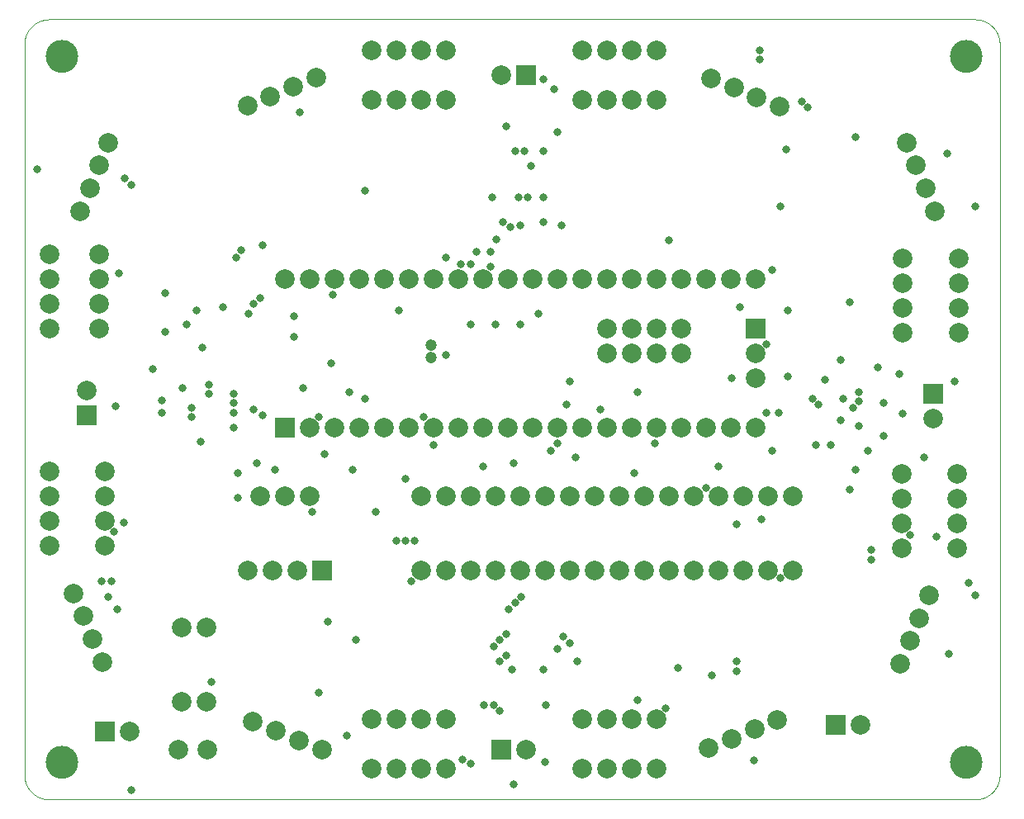
<source format=gbs>
G75*
%MOIN*%
%OFA0B0*%
%FSLAX25Y25*%
%IPPOS*%
%LPD*%
%AMOC8*
5,1,8,0,0,1.08239X$1,22.5*
%
%ADD10C,0.00000*%
%ADD11C,0.13098*%
%ADD12C,0.07900*%
%ADD13R,0.07900X0.07900*%
%ADD14C,0.04700*%
%ADD15C,0.03200*%
D10*
X0086433Y0068933D02*
X0086433Y0363894D01*
X0086436Y0364136D01*
X0086445Y0364377D01*
X0086459Y0364618D01*
X0086480Y0364859D01*
X0086506Y0365099D01*
X0086538Y0365339D01*
X0086576Y0365578D01*
X0086619Y0365815D01*
X0086669Y0366052D01*
X0086724Y0366287D01*
X0086784Y0366521D01*
X0086851Y0366753D01*
X0086922Y0366984D01*
X0087000Y0367213D01*
X0087083Y0367440D01*
X0087171Y0367665D01*
X0087265Y0367888D01*
X0087364Y0368108D01*
X0087469Y0368326D01*
X0087578Y0368541D01*
X0087693Y0368754D01*
X0087813Y0368964D01*
X0087938Y0369170D01*
X0088068Y0369374D01*
X0088203Y0369575D01*
X0088343Y0369772D01*
X0088487Y0369966D01*
X0088636Y0370156D01*
X0088790Y0370342D01*
X0088948Y0370525D01*
X0089110Y0370704D01*
X0089277Y0370879D01*
X0089448Y0371050D01*
X0089623Y0371217D01*
X0089802Y0371379D01*
X0089985Y0371537D01*
X0090171Y0371691D01*
X0090361Y0371840D01*
X0090555Y0371984D01*
X0090752Y0372124D01*
X0090953Y0372259D01*
X0091157Y0372389D01*
X0091363Y0372514D01*
X0091573Y0372634D01*
X0091786Y0372749D01*
X0092001Y0372858D01*
X0092219Y0372963D01*
X0092439Y0373062D01*
X0092662Y0373156D01*
X0092887Y0373244D01*
X0093114Y0373327D01*
X0093343Y0373405D01*
X0093574Y0373476D01*
X0093806Y0373543D01*
X0094040Y0373603D01*
X0094275Y0373658D01*
X0094512Y0373708D01*
X0094749Y0373751D01*
X0094988Y0373789D01*
X0095228Y0373821D01*
X0095468Y0373847D01*
X0095709Y0373868D01*
X0095950Y0373882D01*
X0096191Y0373891D01*
X0096433Y0373894D01*
X0470134Y0373894D01*
X0470376Y0373891D01*
X0470617Y0373882D01*
X0470858Y0373868D01*
X0471099Y0373847D01*
X0471339Y0373821D01*
X0471579Y0373789D01*
X0471818Y0373751D01*
X0472055Y0373708D01*
X0472292Y0373658D01*
X0472527Y0373603D01*
X0472761Y0373543D01*
X0472993Y0373476D01*
X0473224Y0373405D01*
X0473453Y0373327D01*
X0473680Y0373244D01*
X0473905Y0373156D01*
X0474128Y0373062D01*
X0474348Y0372963D01*
X0474566Y0372858D01*
X0474781Y0372749D01*
X0474994Y0372634D01*
X0475204Y0372514D01*
X0475410Y0372389D01*
X0475614Y0372259D01*
X0475815Y0372124D01*
X0476012Y0371984D01*
X0476206Y0371840D01*
X0476396Y0371691D01*
X0476582Y0371537D01*
X0476765Y0371379D01*
X0476944Y0371217D01*
X0477119Y0371050D01*
X0477290Y0370879D01*
X0477457Y0370704D01*
X0477619Y0370525D01*
X0477777Y0370342D01*
X0477931Y0370156D01*
X0478080Y0369966D01*
X0478224Y0369772D01*
X0478364Y0369575D01*
X0478499Y0369374D01*
X0478629Y0369170D01*
X0478754Y0368964D01*
X0478874Y0368754D01*
X0478989Y0368541D01*
X0479098Y0368326D01*
X0479203Y0368108D01*
X0479302Y0367888D01*
X0479396Y0367665D01*
X0479484Y0367440D01*
X0479567Y0367213D01*
X0479645Y0366984D01*
X0479716Y0366753D01*
X0479783Y0366521D01*
X0479843Y0366287D01*
X0479898Y0366052D01*
X0479948Y0365815D01*
X0479991Y0365578D01*
X0480029Y0365339D01*
X0480061Y0365099D01*
X0480087Y0364859D01*
X0480108Y0364618D01*
X0480122Y0364377D01*
X0480131Y0364136D01*
X0480134Y0363894D01*
X0480134Y0068933D01*
X0480131Y0068691D01*
X0480122Y0068450D01*
X0480108Y0068209D01*
X0480087Y0067968D01*
X0480061Y0067728D01*
X0480029Y0067488D01*
X0479991Y0067249D01*
X0479948Y0067012D01*
X0479898Y0066775D01*
X0479843Y0066540D01*
X0479783Y0066306D01*
X0479716Y0066074D01*
X0479645Y0065843D01*
X0479567Y0065614D01*
X0479484Y0065387D01*
X0479396Y0065162D01*
X0479302Y0064939D01*
X0479203Y0064719D01*
X0479098Y0064501D01*
X0478989Y0064286D01*
X0478874Y0064073D01*
X0478754Y0063863D01*
X0478629Y0063657D01*
X0478499Y0063453D01*
X0478364Y0063252D01*
X0478224Y0063055D01*
X0478080Y0062861D01*
X0477931Y0062671D01*
X0477777Y0062485D01*
X0477619Y0062302D01*
X0477457Y0062123D01*
X0477290Y0061948D01*
X0477119Y0061777D01*
X0476944Y0061610D01*
X0476765Y0061448D01*
X0476582Y0061290D01*
X0476396Y0061136D01*
X0476206Y0060987D01*
X0476012Y0060843D01*
X0475815Y0060703D01*
X0475614Y0060568D01*
X0475410Y0060438D01*
X0475204Y0060313D01*
X0474994Y0060193D01*
X0474781Y0060078D01*
X0474566Y0059969D01*
X0474348Y0059864D01*
X0474128Y0059765D01*
X0473905Y0059671D01*
X0473680Y0059583D01*
X0473453Y0059500D01*
X0473224Y0059422D01*
X0472993Y0059351D01*
X0472761Y0059284D01*
X0472527Y0059224D01*
X0472292Y0059169D01*
X0472055Y0059119D01*
X0471818Y0059076D01*
X0471579Y0059038D01*
X0471339Y0059006D01*
X0471099Y0058980D01*
X0470858Y0058959D01*
X0470617Y0058945D01*
X0470376Y0058936D01*
X0470134Y0058933D01*
X0096433Y0058933D01*
X0096191Y0058936D01*
X0095950Y0058945D01*
X0095709Y0058959D01*
X0095468Y0058980D01*
X0095228Y0059006D01*
X0094988Y0059038D01*
X0094749Y0059076D01*
X0094512Y0059119D01*
X0094275Y0059169D01*
X0094040Y0059224D01*
X0093806Y0059284D01*
X0093574Y0059351D01*
X0093343Y0059422D01*
X0093114Y0059500D01*
X0092887Y0059583D01*
X0092662Y0059671D01*
X0092439Y0059765D01*
X0092219Y0059864D01*
X0092001Y0059969D01*
X0091786Y0060078D01*
X0091573Y0060193D01*
X0091363Y0060313D01*
X0091157Y0060438D01*
X0090953Y0060568D01*
X0090752Y0060703D01*
X0090555Y0060843D01*
X0090361Y0060987D01*
X0090171Y0061136D01*
X0089985Y0061290D01*
X0089802Y0061448D01*
X0089623Y0061610D01*
X0089448Y0061777D01*
X0089277Y0061948D01*
X0089110Y0062123D01*
X0088948Y0062302D01*
X0088790Y0062485D01*
X0088636Y0062671D01*
X0088487Y0062861D01*
X0088343Y0063055D01*
X0088203Y0063252D01*
X0088068Y0063453D01*
X0087938Y0063657D01*
X0087813Y0063863D01*
X0087693Y0064073D01*
X0087578Y0064286D01*
X0087469Y0064501D01*
X0087364Y0064719D01*
X0087265Y0064939D01*
X0087171Y0065162D01*
X0087083Y0065387D01*
X0087000Y0065614D01*
X0086922Y0065843D01*
X0086851Y0066074D01*
X0086784Y0066306D01*
X0086724Y0066540D01*
X0086669Y0066775D01*
X0086619Y0067012D01*
X0086576Y0067249D01*
X0086538Y0067488D01*
X0086506Y0067728D01*
X0086480Y0067968D01*
X0086459Y0068209D01*
X0086445Y0068450D01*
X0086436Y0068691D01*
X0086433Y0068933D01*
X0095134Y0073933D02*
X0095136Y0074091D01*
X0095142Y0074249D01*
X0095152Y0074407D01*
X0095166Y0074565D01*
X0095184Y0074722D01*
X0095205Y0074879D01*
X0095231Y0075035D01*
X0095261Y0075191D01*
X0095294Y0075346D01*
X0095332Y0075499D01*
X0095373Y0075652D01*
X0095418Y0075804D01*
X0095467Y0075955D01*
X0095520Y0076104D01*
X0095576Y0076252D01*
X0095636Y0076398D01*
X0095700Y0076543D01*
X0095768Y0076686D01*
X0095839Y0076828D01*
X0095913Y0076968D01*
X0095991Y0077105D01*
X0096073Y0077241D01*
X0096157Y0077375D01*
X0096246Y0077506D01*
X0096337Y0077635D01*
X0096432Y0077762D01*
X0096529Y0077887D01*
X0096630Y0078009D01*
X0096734Y0078128D01*
X0096841Y0078245D01*
X0096951Y0078359D01*
X0097064Y0078470D01*
X0097179Y0078579D01*
X0097297Y0078684D01*
X0097418Y0078786D01*
X0097541Y0078886D01*
X0097667Y0078982D01*
X0097795Y0079075D01*
X0097925Y0079165D01*
X0098058Y0079251D01*
X0098193Y0079335D01*
X0098329Y0079414D01*
X0098468Y0079491D01*
X0098609Y0079563D01*
X0098751Y0079633D01*
X0098895Y0079698D01*
X0099041Y0079760D01*
X0099188Y0079818D01*
X0099337Y0079873D01*
X0099487Y0079924D01*
X0099638Y0079971D01*
X0099790Y0080014D01*
X0099943Y0080053D01*
X0100098Y0080089D01*
X0100253Y0080120D01*
X0100409Y0080148D01*
X0100565Y0080172D01*
X0100722Y0080192D01*
X0100880Y0080208D01*
X0101037Y0080220D01*
X0101196Y0080228D01*
X0101354Y0080232D01*
X0101512Y0080232D01*
X0101670Y0080228D01*
X0101829Y0080220D01*
X0101986Y0080208D01*
X0102144Y0080192D01*
X0102301Y0080172D01*
X0102457Y0080148D01*
X0102613Y0080120D01*
X0102768Y0080089D01*
X0102923Y0080053D01*
X0103076Y0080014D01*
X0103228Y0079971D01*
X0103379Y0079924D01*
X0103529Y0079873D01*
X0103678Y0079818D01*
X0103825Y0079760D01*
X0103971Y0079698D01*
X0104115Y0079633D01*
X0104257Y0079563D01*
X0104398Y0079491D01*
X0104537Y0079414D01*
X0104673Y0079335D01*
X0104808Y0079251D01*
X0104941Y0079165D01*
X0105071Y0079075D01*
X0105199Y0078982D01*
X0105325Y0078886D01*
X0105448Y0078786D01*
X0105569Y0078684D01*
X0105687Y0078579D01*
X0105802Y0078470D01*
X0105915Y0078359D01*
X0106025Y0078245D01*
X0106132Y0078128D01*
X0106236Y0078009D01*
X0106337Y0077887D01*
X0106434Y0077762D01*
X0106529Y0077635D01*
X0106620Y0077506D01*
X0106709Y0077375D01*
X0106793Y0077241D01*
X0106875Y0077105D01*
X0106953Y0076968D01*
X0107027Y0076828D01*
X0107098Y0076686D01*
X0107166Y0076543D01*
X0107230Y0076398D01*
X0107290Y0076252D01*
X0107346Y0076104D01*
X0107399Y0075955D01*
X0107448Y0075804D01*
X0107493Y0075652D01*
X0107534Y0075499D01*
X0107572Y0075346D01*
X0107605Y0075191D01*
X0107635Y0075035D01*
X0107661Y0074879D01*
X0107682Y0074722D01*
X0107700Y0074565D01*
X0107714Y0074407D01*
X0107724Y0074249D01*
X0107730Y0074091D01*
X0107732Y0073933D01*
X0107730Y0073775D01*
X0107724Y0073617D01*
X0107714Y0073459D01*
X0107700Y0073301D01*
X0107682Y0073144D01*
X0107661Y0072987D01*
X0107635Y0072831D01*
X0107605Y0072675D01*
X0107572Y0072520D01*
X0107534Y0072367D01*
X0107493Y0072214D01*
X0107448Y0072062D01*
X0107399Y0071911D01*
X0107346Y0071762D01*
X0107290Y0071614D01*
X0107230Y0071468D01*
X0107166Y0071323D01*
X0107098Y0071180D01*
X0107027Y0071038D01*
X0106953Y0070898D01*
X0106875Y0070761D01*
X0106793Y0070625D01*
X0106709Y0070491D01*
X0106620Y0070360D01*
X0106529Y0070231D01*
X0106434Y0070104D01*
X0106337Y0069979D01*
X0106236Y0069857D01*
X0106132Y0069738D01*
X0106025Y0069621D01*
X0105915Y0069507D01*
X0105802Y0069396D01*
X0105687Y0069287D01*
X0105569Y0069182D01*
X0105448Y0069080D01*
X0105325Y0068980D01*
X0105199Y0068884D01*
X0105071Y0068791D01*
X0104941Y0068701D01*
X0104808Y0068615D01*
X0104673Y0068531D01*
X0104537Y0068452D01*
X0104398Y0068375D01*
X0104257Y0068303D01*
X0104115Y0068233D01*
X0103971Y0068168D01*
X0103825Y0068106D01*
X0103678Y0068048D01*
X0103529Y0067993D01*
X0103379Y0067942D01*
X0103228Y0067895D01*
X0103076Y0067852D01*
X0102923Y0067813D01*
X0102768Y0067777D01*
X0102613Y0067746D01*
X0102457Y0067718D01*
X0102301Y0067694D01*
X0102144Y0067674D01*
X0101986Y0067658D01*
X0101829Y0067646D01*
X0101670Y0067638D01*
X0101512Y0067634D01*
X0101354Y0067634D01*
X0101196Y0067638D01*
X0101037Y0067646D01*
X0100880Y0067658D01*
X0100722Y0067674D01*
X0100565Y0067694D01*
X0100409Y0067718D01*
X0100253Y0067746D01*
X0100098Y0067777D01*
X0099943Y0067813D01*
X0099790Y0067852D01*
X0099638Y0067895D01*
X0099487Y0067942D01*
X0099337Y0067993D01*
X0099188Y0068048D01*
X0099041Y0068106D01*
X0098895Y0068168D01*
X0098751Y0068233D01*
X0098609Y0068303D01*
X0098468Y0068375D01*
X0098329Y0068452D01*
X0098193Y0068531D01*
X0098058Y0068615D01*
X0097925Y0068701D01*
X0097795Y0068791D01*
X0097667Y0068884D01*
X0097541Y0068980D01*
X0097418Y0069080D01*
X0097297Y0069182D01*
X0097179Y0069287D01*
X0097064Y0069396D01*
X0096951Y0069507D01*
X0096841Y0069621D01*
X0096734Y0069738D01*
X0096630Y0069857D01*
X0096529Y0069979D01*
X0096432Y0070104D01*
X0096337Y0070231D01*
X0096246Y0070360D01*
X0096157Y0070491D01*
X0096073Y0070625D01*
X0095991Y0070761D01*
X0095913Y0070898D01*
X0095839Y0071038D01*
X0095768Y0071180D01*
X0095700Y0071323D01*
X0095636Y0071468D01*
X0095576Y0071614D01*
X0095520Y0071762D01*
X0095467Y0071911D01*
X0095418Y0072062D01*
X0095373Y0072214D01*
X0095332Y0072367D01*
X0095294Y0072520D01*
X0095261Y0072675D01*
X0095231Y0072831D01*
X0095205Y0072987D01*
X0095184Y0073144D01*
X0095166Y0073301D01*
X0095152Y0073459D01*
X0095142Y0073617D01*
X0095136Y0073775D01*
X0095134Y0073933D01*
X0460134Y0073933D02*
X0460136Y0074091D01*
X0460142Y0074249D01*
X0460152Y0074407D01*
X0460166Y0074565D01*
X0460184Y0074722D01*
X0460205Y0074879D01*
X0460231Y0075035D01*
X0460261Y0075191D01*
X0460294Y0075346D01*
X0460332Y0075499D01*
X0460373Y0075652D01*
X0460418Y0075804D01*
X0460467Y0075955D01*
X0460520Y0076104D01*
X0460576Y0076252D01*
X0460636Y0076398D01*
X0460700Y0076543D01*
X0460768Y0076686D01*
X0460839Y0076828D01*
X0460913Y0076968D01*
X0460991Y0077105D01*
X0461073Y0077241D01*
X0461157Y0077375D01*
X0461246Y0077506D01*
X0461337Y0077635D01*
X0461432Y0077762D01*
X0461529Y0077887D01*
X0461630Y0078009D01*
X0461734Y0078128D01*
X0461841Y0078245D01*
X0461951Y0078359D01*
X0462064Y0078470D01*
X0462179Y0078579D01*
X0462297Y0078684D01*
X0462418Y0078786D01*
X0462541Y0078886D01*
X0462667Y0078982D01*
X0462795Y0079075D01*
X0462925Y0079165D01*
X0463058Y0079251D01*
X0463193Y0079335D01*
X0463329Y0079414D01*
X0463468Y0079491D01*
X0463609Y0079563D01*
X0463751Y0079633D01*
X0463895Y0079698D01*
X0464041Y0079760D01*
X0464188Y0079818D01*
X0464337Y0079873D01*
X0464487Y0079924D01*
X0464638Y0079971D01*
X0464790Y0080014D01*
X0464943Y0080053D01*
X0465098Y0080089D01*
X0465253Y0080120D01*
X0465409Y0080148D01*
X0465565Y0080172D01*
X0465722Y0080192D01*
X0465880Y0080208D01*
X0466037Y0080220D01*
X0466196Y0080228D01*
X0466354Y0080232D01*
X0466512Y0080232D01*
X0466670Y0080228D01*
X0466829Y0080220D01*
X0466986Y0080208D01*
X0467144Y0080192D01*
X0467301Y0080172D01*
X0467457Y0080148D01*
X0467613Y0080120D01*
X0467768Y0080089D01*
X0467923Y0080053D01*
X0468076Y0080014D01*
X0468228Y0079971D01*
X0468379Y0079924D01*
X0468529Y0079873D01*
X0468678Y0079818D01*
X0468825Y0079760D01*
X0468971Y0079698D01*
X0469115Y0079633D01*
X0469257Y0079563D01*
X0469398Y0079491D01*
X0469537Y0079414D01*
X0469673Y0079335D01*
X0469808Y0079251D01*
X0469941Y0079165D01*
X0470071Y0079075D01*
X0470199Y0078982D01*
X0470325Y0078886D01*
X0470448Y0078786D01*
X0470569Y0078684D01*
X0470687Y0078579D01*
X0470802Y0078470D01*
X0470915Y0078359D01*
X0471025Y0078245D01*
X0471132Y0078128D01*
X0471236Y0078009D01*
X0471337Y0077887D01*
X0471434Y0077762D01*
X0471529Y0077635D01*
X0471620Y0077506D01*
X0471709Y0077375D01*
X0471793Y0077241D01*
X0471875Y0077105D01*
X0471953Y0076968D01*
X0472027Y0076828D01*
X0472098Y0076686D01*
X0472166Y0076543D01*
X0472230Y0076398D01*
X0472290Y0076252D01*
X0472346Y0076104D01*
X0472399Y0075955D01*
X0472448Y0075804D01*
X0472493Y0075652D01*
X0472534Y0075499D01*
X0472572Y0075346D01*
X0472605Y0075191D01*
X0472635Y0075035D01*
X0472661Y0074879D01*
X0472682Y0074722D01*
X0472700Y0074565D01*
X0472714Y0074407D01*
X0472724Y0074249D01*
X0472730Y0074091D01*
X0472732Y0073933D01*
X0472730Y0073775D01*
X0472724Y0073617D01*
X0472714Y0073459D01*
X0472700Y0073301D01*
X0472682Y0073144D01*
X0472661Y0072987D01*
X0472635Y0072831D01*
X0472605Y0072675D01*
X0472572Y0072520D01*
X0472534Y0072367D01*
X0472493Y0072214D01*
X0472448Y0072062D01*
X0472399Y0071911D01*
X0472346Y0071762D01*
X0472290Y0071614D01*
X0472230Y0071468D01*
X0472166Y0071323D01*
X0472098Y0071180D01*
X0472027Y0071038D01*
X0471953Y0070898D01*
X0471875Y0070761D01*
X0471793Y0070625D01*
X0471709Y0070491D01*
X0471620Y0070360D01*
X0471529Y0070231D01*
X0471434Y0070104D01*
X0471337Y0069979D01*
X0471236Y0069857D01*
X0471132Y0069738D01*
X0471025Y0069621D01*
X0470915Y0069507D01*
X0470802Y0069396D01*
X0470687Y0069287D01*
X0470569Y0069182D01*
X0470448Y0069080D01*
X0470325Y0068980D01*
X0470199Y0068884D01*
X0470071Y0068791D01*
X0469941Y0068701D01*
X0469808Y0068615D01*
X0469673Y0068531D01*
X0469537Y0068452D01*
X0469398Y0068375D01*
X0469257Y0068303D01*
X0469115Y0068233D01*
X0468971Y0068168D01*
X0468825Y0068106D01*
X0468678Y0068048D01*
X0468529Y0067993D01*
X0468379Y0067942D01*
X0468228Y0067895D01*
X0468076Y0067852D01*
X0467923Y0067813D01*
X0467768Y0067777D01*
X0467613Y0067746D01*
X0467457Y0067718D01*
X0467301Y0067694D01*
X0467144Y0067674D01*
X0466986Y0067658D01*
X0466829Y0067646D01*
X0466670Y0067638D01*
X0466512Y0067634D01*
X0466354Y0067634D01*
X0466196Y0067638D01*
X0466037Y0067646D01*
X0465880Y0067658D01*
X0465722Y0067674D01*
X0465565Y0067694D01*
X0465409Y0067718D01*
X0465253Y0067746D01*
X0465098Y0067777D01*
X0464943Y0067813D01*
X0464790Y0067852D01*
X0464638Y0067895D01*
X0464487Y0067942D01*
X0464337Y0067993D01*
X0464188Y0068048D01*
X0464041Y0068106D01*
X0463895Y0068168D01*
X0463751Y0068233D01*
X0463609Y0068303D01*
X0463468Y0068375D01*
X0463329Y0068452D01*
X0463193Y0068531D01*
X0463058Y0068615D01*
X0462925Y0068701D01*
X0462795Y0068791D01*
X0462667Y0068884D01*
X0462541Y0068980D01*
X0462418Y0069080D01*
X0462297Y0069182D01*
X0462179Y0069287D01*
X0462064Y0069396D01*
X0461951Y0069507D01*
X0461841Y0069621D01*
X0461734Y0069738D01*
X0461630Y0069857D01*
X0461529Y0069979D01*
X0461432Y0070104D01*
X0461337Y0070231D01*
X0461246Y0070360D01*
X0461157Y0070491D01*
X0461073Y0070625D01*
X0460991Y0070761D01*
X0460913Y0070898D01*
X0460839Y0071038D01*
X0460768Y0071180D01*
X0460700Y0071323D01*
X0460636Y0071468D01*
X0460576Y0071614D01*
X0460520Y0071762D01*
X0460467Y0071911D01*
X0460418Y0072062D01*
X0460373Y0072214D01*
X0460332Y0072367D01*
X0460294Y0072520D01*
X0460261Y0072675D01*
X0460231Y0072831D01*
X0460205Y0072987D01*
X0460184Y0073144D01*
X0460166Y0073301D01*
X0460152Y0073459D01*
X0460142Y0073617D01*
X0460136Y0073775D01*
X0460134Y0073933D01*
X0460134Y0358933D02*
X0460136Y0359091D01*
X0460142Y0359249D01*
X0460152Y0359407D01*
X0460166Y0359565D01*
X0460184Y0359722D01*
X0460205Y0359879D01*
X0460231Y0360035D01*
X0460261Y0360191D01*
X0460294Y0360346D01*
X0460332Y0360499D01*
X0460373Y0360652D01*
X0460418Y0360804D01*
X0460467Y0360955D01*
X0460520Y0361104D01*
X0460576Y0361252D01*
X0460636Y0361398D01*
X0460700Y0361543D01*
X0460768Y0361686D01*
X0460839Y0361828D01*
X0460913Y0361968D01*
X0460991Y0362105D01*
X0461073Y0362241D01*
X0461157Y0362375D01*
X0461246Y0362506D01*
X0461337Y0362635D01*
X0461432Y0362762D01*
X0461529Y0362887D01*
X0461630Y0363009D01*
X0461734Y0363128D01*
X0461841Y0363245D01*
X0461951Y0363359D01*
X0462064Y0363470D01*
X0462179Y0363579D01*
X0462297Y0363684D01*
X0462418Y0363786D01*
X0462541Y0363886D01*
X0462667Y0363982D01*
X0462795Y0364075D01*
X0462925Y0364165D01*
X0463058Y0364251D01*
X0463193Y0364335D01*
X0463329Y0364414D01*
X0463468Y0364491D01*
X0463609Y0364563D01*
X0463751Y0364633D01*
X0463895Y0364698D01*
X0464041Y0364760D01*
X0464188Y0364818D01*
X0464337Y0364873D01*
X0464487Y0364924D01*
X0464638Y0364971D01*
X0464790Y0365014D01*
X0464943Y0365053D01*
X0465098Y0365089D01*
X0465253Y0365120D01*
X0465409Y0365148D01*
X0465565Y0365172D01*
X0465722Y0365192D01*
X0465880Y0365208D01*
X0466037Y0365220D01*
X0466196Y0365228D01*
X0466354Y0365232D01*
X0466512Y0365232D01*
X0466670Y0365228D01*
X0466829Y0365220D01*
X0466986Y0365208D01*
X0467144Y0365192D01*
X0467301Y0365172D01*
X0467457Y0365148D01*
X0467613Y0365120D01*
X0467768Y0365089D01*
X0467923Y0365053D01*
X0468076Y0365014D01*
X0468228Y0364971D01*
X0468379Y0364924D01*
X0468529Y0364873D01*
X0468678Y0364818D01*
X0468825Y0364760D01*
X0468971Y0364698D01*
X0469115Y0364633D01*
X0469257Y0364563D01*
X0469398Y0364491D01*
X0469537Y0364414D01*
X0469673Y0364335D01*
X0469808Y0364251D01*
X0469941Y0364165D01*
X0470071Y0364075D01*
X0470199Y0363982D01*
X0470325Y0363886D01*
X0470448Y0363786D01*
X0470569Y0363684D01*
X0470687Y0363579D01*
X0470802Y0363470D01*
X0470915Y0363359D01*
X0471025Y0363245D01*
X0471132Y0363128D01*
X0471236Y0363009D01*
X0471337Y0362887D01*
X0471434Y0362762D01*
X0471529Y0362635D01*
X0471620Y0362506D01*
X0471709Y0362375D01*
X0471793Y0362241D01*
X0471875Y0362105D01*
X0471953Y0361968D01*
X0472027Y0361828D01*
X0472098Y0361686D01*
X0472166Y0361543D01*
X0472230Y0361398D01*
X0472290Y0361252D01*
X0472346Y0361104D01*
X0472399Y0360955D01*
X0472448Y0360804D01*
X0472493Y0360652D01*
X0472534Y0360499D01*
X0472572Y0360346D01*
X0472605Y0360191D01*
X0472635Y0360035D01*
X0472661Y0359879D01*
X0472682Y0359722D01*
X0472700Y0359565D01*
X0472714Y0359407D01*
X0472724Y0359249D01*
X0472730Y0359091D01*
X0472732Y0358933D01*
X0472730Y0358775D01*
X0472724Y0358617D01*
X0472714Y0358459D01*
X0472700Y0358301D01*
X0472682Y0358144D01*
X0472661Y0357987D01*
X0472635Y0357831D01*
X0472605Y0357675D01*
X0472572Y0357520D01*
X0472534Y0357367D01*
X0472493Y0357214D01*
X0472448Y0357062D01*
X0472399Y0356911D01*
X0472346Y0356762D01*
X0472290Y0356614D01*
X0472230Y0356468D01*
X0472166Y0356323D01*
X0472098Y0356180D01*
X0472027Y0356038D01*
X0471953Y0355898D01*
X0471875Y0355761D01*
X0471793Y0355625D01*
X0471709Y0355491D01*
X0471620Y0355360D01*
X0471529Y0355231D01*
X0471434Y0355104D01*
X0471337Y0354979D01*
X0471236Y0354857D01*
X0471132Y0354738D01*
X0471025Y0354621D01*
X0470915Y0354507D01*
X0470802Y0354396D01*
X0470687Y0354287D01*
X0470569Y0354182D01*
X0470448Y0354080D01*
X0470325Y0353980D01*
X0470199Y0353884D01*
X0470071Y0353791D01*
X0469941Y0353701D01*
X0469808Y0353615D01*
X0469673Y0353531D01*
X0469537Y0353452D01*
X0469398Y0353375D01*
X0469257Y0353303D01*
X0469115Y0353233D01*
X0468971Y0353168D01*
X0468825Y0353106D01*
X0468678Y0353048D01*
X0468529Y0352993D01*
X0468379Y0352942D01*
X0468228Y0352895D01*
X0468076Y0352852D01*
X0467923Y0352813D01*
X0467768Y0352777D01*
X0467613Y0352746D01*
X0467457Y0352718D01*
X0467301Y0352694D01*
X0467144Y0352674D01*
X0466986Y0352658D01*
X0466829Y0352646D01*
X0466670Y0352638D01*
X0466512Y0352634D01*
X0466354Y0352634D01*
X0466196Y0352638D01*
X0466037Y0352646D01*
X0465880Y0352658D01*
X0465722Y0352674D01*
X0465565Y0352694D01*
X0465409Y0352718D01*
X0465253Y0352746D01*
X0465098Y0352777D01*
X0464943Y0352813D01*
X0464790Y0352852D01*
X0464638Y0352895D01*
X0464487Y0352942D01*
X0464337Y0352993D01*
X0464188Y0353048D01*
X0464041Y0353106D01*
X0463895Y0353168D01*
X0463751Y0353233D01*
X0463609Y0353303D01*
X0463468Y0353375D01*
X0463329Y0353452D01*
X0463193Y0353531D01*
X0463058Y0353615D01*
X0462925Y0353701D01*
X0462795Y0353791D01*
X0462667Y0353884D01*
X0462541Y0353980D01*
X0462418Y0354080D01*
X0462297Y0354182D01*
X0462179Y0354287D01*
X0462064Y0354396D01*
X0461951Y0354507D01*
X0461841Y0354621D01*
X0461734Y0354738D01*
X0461630Y0354857D01*
X0461529Y0354979D01*
X0461432Y0355104D01*
X0461337Y0355231D01*
X0461246Y0355360D01*
X0461157Y0355491D01*
X0461073Y0355625D01*
X0460991Y0355761D01*
X0460913Y0355898D01*
X0460839Y0356038D01*
X0460768Y0356180D01*
X0460700Y0356323D01*
X0460636Y0356468D01*
X0460576Y0356614D01*
X0460520Y0356762D01*
X0460467Y0356911D01*
X0460418Y0357062D01*
X0460373Y0357214D01*
X0460332Y0357367D01*
X0460294Y0357520D01*
X0460261Y0357675D01*
X0460231Y0357831D01*
X0460205Y0357987D01*
X0460184Y0358144D01*
X0460166Y0358301D01*
X0460152Y0358459D01*
X0460142Y0358617D01*
X0460136Y0358775D01*
X0460134Y0358933D01*
X0095134Y0358933D02*
X0095136Y0359091D01*
X0095142Y0359249D01*
X0095152Y0359407D01*
X0095166Y0359565D01*
X0095184Y0359722D01*
X0095205Y0359879D01*
X0095231Y0360035D01*
X0095261Y0360191D01*
X0095294Y0360346D01*
X0095332Y0360499D01*
X0095373Y0360652D01*
X0095418Y0360804D01*
X0095467Y0360955D01*
X0095520Y0361104D01*
X0095576Y0361252D01*
X0095636Y0361398D01*
X0095700Y0361543D01*
X0095768Y0361686D01*
X0095839Y0361828D01*
X0095913Y0361968D01*
X0095991Y0362105D01*
X0096073Y0362241D01*
X0096157Y0362375D01*
X0096246Y0362506D01*
X0096337Y0362635D01*
X0096432Y0362762D01*
X0096529Y0362887D01*
X0096630Y0363009D01*
X0096734Y0363128D01*
X0096841Y0363245D01*
X0096951Y0363359D01*
X0097064Y0363470D01*
X0097179Y0363579D01*
X0097297Y0363684D01*
X0097418Y0363786D01*
X0097541Y0363886D01*
X0097667Y0363982D01*
X0097795Y0364075D01*
X0097925Y0364165D01*
X0098058Y0364251D01*
X0098193Y0364335D01*
X0098329Y0364414D01*
X0098468Y0364491D01*
X0098609Y0364563D01*
X0098751Y0364633D01*
X0098895Y0364698D01*
X0099041Y0364760D01*
X0099188Y0364818D01*
X0099337Y0364873D01*
X0099487Y0364924D01*
X0099638Y0364971D01*
X0099790Y0365014D01*
X0099943Y0365053D01*
X0100098Y0365089D01*
X0100253Y0365120D01*
X0100409Y0365148D01*
X0100565Y0365172D01*
X0100722Y0365192D01*
X0100880Y0365208D01*
X0101037Y0365220D01*
X0101196Y0365228D01*
X0101354Y0365232D01*
X0101512Y0365232D01*
X0101670Y0365228D01*
X0101829Y0365220D01*
X0101986Y0365208D01*
X0102144Y0365192D01*
X0102301Y0365172D01*
X0102457Y0365148D01*
X0102613Y0365120D01*
X0102768Y0365089D01*
X0102923Y0365053D01*
X0103076Y0365014D01*
X0103228Y0364971D01*
X0103379Y0364924D01*
X0103529Y0364873D01*
X0103678Y0364818D01*
X0103825Y0364760D01*
X0103971Y0364698D01*
X0104115Y0364633D01*
X0104257Y0364563D01*
X0104398Y0364491D01*
X0104537Y0364414D01*
X0104673Y0364335D01*
X0104808Y0364251D01*
X0104941Y0364165D01*
X0105071Y0364075D01*
X0105199Y0363982D01*
X0105325Y0363886D01*
X0105448Y0363786D01*
X0105569Y0363684D01*
X0105687Y0363579D01*
X0105802Y0363470D01*
X0105915Y0363359D01*
X0106025Y0363245D01*
X0106132Y0363128D01*
X0106236Y0363009D01*
X0106337Y0362887D01*
X0106434Y0362762D01*
X0106529Y0362635D01*
X0106620Y0362506D01*
X0106709Y0362375D01*
X0106793Y0362241D01*
X0106875Y0362105D01*
X0106953Y0361968D01*
X0107027Y0361828D01*
X0107098Y0361686D01*
X0107166Y0361543D01*
X0107230Y0361398D01*
X0107290Y0361252D01*
X0107346Y0361104D01*
X0107399Y0360955D01*
X0107448Y0360804D01*
X0107493Y0360652D01*
X0107534Y0360499D01*
X0107572Y0360346D01*
X0107605Y0360191D01*
X0107635Y0360035D01*
X0107661Y0359879D01*
X0107682Y0359722D01*
X0107700Y0359565D01*
X0107714Y0359407D01*
X0107724Y0359249D01*
X0107730Y0359091D01*
X0107732Y0358933D01*
X0107730Y0358775D01*
X0107724Y0358617D01*
X0107714Y0358459D01*
X0107700Y0358301D01*
X0107682Y0358144D01*
X0107661Y0357987D01*
X0107635Y0357831D01*
X0107605Y0357675D01*
X0107572Y0357520D01*
X0107534Y0357367D01*
X0107493Y0357214D01*
X0107448Y0357062D01*
X0107399Y0356911D01*
X0107346Y0356762D01*
X0107290Y0356614D01*
X0107230Y0356468D01*
X0107166Y0356323D01*
X0107098Y0356180D01*
X0107027Y0356038D01*
X0106953Y0355898D01*
X0106875Y0355761D01*
X0106793Y0355625D01*
X0106709Y0355491D01*
X0106620Y0355360D01*
X0106529Y0355231D01*
X0106434Y0355104D01*
X0106337Y0354979D01*
X0106236Y0354857D01*
X0106132Y0354738D01*
X0106025Y0354621D01*
X0105915Y0354507D01*
X0105802Y0354396D01*
X0105687Y0354287D01*
X0105569Y0354182D01*
X0105448Y0354080D01*
X0105325Y0353980D01*
X0105199Y0353884D01*
X0105071Y0353791D01*
X0104941Y0353701D01*
X0104808Y0353615D01*
X0104673Y0353531D01*
X0104537Y0353452D01*
X0104398Y0353375D01*
X0104257Y0353303D01*
X0104115Y0353233D01*
X0103971Y0353168D01*
X0103825Y0353106D01*
X0103678Y0353048D01*
X0103529Y0352993D01*
X0103379Y0352942D01*
X0103228Y0352895D01*
X0103076Y0352852D01*
X0102923Y0352813D01*
X0102768Y0352777D01*
X0102613Y0352746D01*
X0102457Y0352718D01*
X0102301Y0352694D01*
X0102144Y0352674D01*
X0101986Y0352658D01*
X0101829Y0352646D01*
X0101670Y0352638D01*
X0101512Y0352634D01*
X0101354Y0352634D01*
X0101196Y0352638D01*
X0101037Y0352646D01*
X0100880Y0352658D01*
X0100722Y0352674D01*
X0100565Y0352694D01*
X0100409Y0352718D01*
X0100253Y0352746D01*
X0100098Y0352777D01*
X0099943Y0352813D01*
X0099790Y0352852D01*
X0099638Y0352895D01*
X0099487Y0352942D01*
X0099337Y0352993D01*
X0099188Y0353048D01*
X0099041Y0353106D01*
X0098895Y0353168D01*
X0098751Y0353233D01*
X0098609Y0353303D01*
X0098468Y0353375D01*
X0098329Y0353452D01*
X0098193Y0353531D01*
X0098058Y0353615D01*
X0097925Y0353701D01*
X0097795Y0353791D01*
X0097667Y0353884D01*
X0097541Y0353980D01*
X0097418Y0354080D01*
X0097297Y0354182D01*
X0097179Y0354287D01*
X0097064Y0354396D01*
X0096951Y0354507D01*
X0096841Y0354621D01*
X0096734Y0354738D01*
X0096630Y0354857D01*
X0096529Y0354979D01*
X0096432Y0355104D01*
X0096337Y0355231D01*
X0096246Y0355360D01*
X0096157Y0355491D01*
X0096073Y0355625D01*
X0095991Y0355761D01*
X0095913Y0355898D01*
X0095839Y0356038D01*
X0095768Y0356180D01*
X0095700Y0356323D01*
X0095636Y0356468D01*
X0095576Y0356614D01*
X0095520Y0356762D01*
X0095467Y0356911D01*
X0095418Y0357062D01*
X0095373Y0357214D01*
X0095332Y0357367D01*
X0095294Y0357520D01*
X0095261Y0357675D01*
X0095231Y0357831D01*
X0095205Y0357987D01*
X0095184Y0358144D01*
X0095166Y0358301D01*
X0095152Y0358459D01*
X0095142Y0358617D01*
X0095136Y0358775D01*
X0095134Y0358933D01*
D11*
X0101433Y0358933D03*
X0466433Y0358933D03*
X0466433Y0073933D03*
X0101433Y0073933D03*
D12*
X0128933Y0086433D03*
X0148707Y0078977D03*
X0160107Y0078977D03*
X0159761Y0098266D03*
X0149761Y0098266D03*
X0117801Y0114486D03*
X0113974Y0123725D03*
X0110148Y0132963D03*
X0106321Y0142202D03*
X0096433Y0161433D03*
X0096433Y0171433D03*
X0096433Y0181433D03*
X0096433Y0191433D03*
X0118933Y0191433D03*
X0118933Y0181433D03*
X0118933Y0171433D03*
X0118933Y0161433D03*
X0149761Y0128266D03*
X0159761Y0128266D03*
X0176433Y0151433D03*
X0186433Y0151433D03*
X0196433Y0151433D03*
X0191433Y0181433D03*
X0181433Y0181433D03*
X0201433Y0181433D03*
X0201433Y0208933D03*
X0211433Y0208933D03*
X0221433Y0208933D03*
X0231433Y0208933D03*
X0241433Y0208933D03*
X0251433Y0208933D03*
X0261433Y0208933D03*
X0271433Y0208933D03*
X0281433Y0208933D03*
X0291433Y0208933D03*
X0301433Y0208933D03*
X0311433Y0208933D03*
X0321433Y0208933D03*
X0331433Y0208933D03*
X0341433Y0208933D03*
X0351433Y0208933D03*
X0361433Y0208933D03*
X0371433Y0208933D03*
X0381433Y0208933D03*
X0381433Y0228933D03*
X0381433Y0238933D03*
X0351433Y0238933D03*
X0341433Y0238933D03*
X0331433Y0238933D03*
X0321433Y0238933D03*
X0321433Y0248933D03*
X0331433Y0248933D03*
X0341433Y0248933D03*
X0351433Y0248933D03*
X0351433Y0268933D03*
X0341433Y0268933D03*
X0331433Y0268933D03*
X0321433Y0268933D03*
X0311433Y0268933D03*
X0301433Y0268933D03*
X0291433Y0268933D03*
X0281433Y0268933D03*
X0271433Y0268933D03*
X0261433Y0268933D03*
X0251433Y0268933D03*
X0241433Y0268933D03*
X0231433Y0268933D03*
X0221433Y0268933D03*
X0211433Y0268933D03*
X0201433Y0268933D03*
X0191433Y0268933D03*
X0120414Y0324149D03*
X0116587Y0314911D03*
X0112760Y0305672D03*
X0108933Y0296433D03*
X0116433Y0278933D03*
X0116433Y0268933D03*
X0116433Y0258933D03*
X0116433Y0248933D03*
X0096433Y0248933D03*
X0096433Y0258933D03*
X0096433Y0268933D03*
X0096433Y0278933D03*
X0111433Y0223933D03*
X0246433Y0181433D03*
X0256433Y0181433D03*
X0266433Y0181433D03*
X0276433Y0181433D03*
X0286433Y0181433D03*
X0296433Y0181433D03*
X0306433Y0181433D03*
X0316433Y0181433D03*
X0326433Y0181433D03*
X0336433Y0181433D03*
X0346433Y0181433D03*
X0356433Y0181433D03*
X0366433Y0181433D03*
X0376433Y0181433D03*
X0386433Y0181433D03*
X0396433Y0181433D03*
X0440559Y0180468D03*
X0440559Y0170468D03*
X0440559Y0160468D03*
X0451433Y0141433D03*
X0447606Y0132194D03*
X0443779Y0122955D03*
X0439953Y0113717D03*
X0423933Y0088933D03*
X0390340Y0091181D03*
X0381101Y0087354D03*
X0371862Y0083527D03*
X0362624Y0079700D03*
X0341433Y0071433D03*
X0331433Y0071433D03*
X0321433Y0071433D03*
X0311433Y0071433D03*
X0289012Y0079212D03*
X0311433Y0091433D03*
X0321433Y0091433D03*
X0331433Y0091433D03*
X0341433Y0091433D03*
X0336433Y0151433D03*
X0326433Y0151433D03*
X0316433Y0151433D03*
X0306433Y0151433D03*
X0296433Y0151433D03*
X0286433Y0151433D03*
X0276433Y0151433D03*
X0266433Y0151433D03*
X0256433Y0151433D03*
X0246433Y0151433D03*
X0246433Y0091433D03*
X0256433Y0091433D03*
X0236433Y0091433D03*
X0226433Y0091433D03*
X0206433Y0078933D03*
X0197194Y0082760D03*
X0187955Y0086587D03*
X0178717Y0090414D03*
X0226433Y0071433D03*
X0236433Y0071433D03*
X0246433Y0071433D03*
X0256433Y0071433D03*
X0346433Y0151433D03*
X0356433Y0151433D03*
X0366433Y0151433D03*
X0376433Y0151433D03*
X0386433Y0151433D03*
X0396433Y0151433D03*
X0440559Y0190468D03*
X0463059Y0190468D03*
X0463059Y0180468D03*
X0463059Y0170468D03*
X0463059Y0160468D03*
X0453222Y0212775D03*
X0463564Y0247427D03*
X0463564Y0257427D03*
X0463564Y0267427D03*
X0463564Y0277427D03*
X0441064Y0277427D03*
X0441064Y0267427D03*
X0441064Y0257427D03*
X0441064Y0247427D03*
X0381433Y0268933D03*
X0371433Y0268933D03*
X0361433Y0268933D03*
X0446279Y0314911D03*
X0442453Y0324149D03*
X0450106Y0305672D03*
X0453933Y0296433D03*
X0391251Y0338579D03*
X0382012Y0342406D03*
X0372773Y0346232D03*
X0363535Y0350059D03*
X0341433Y0341433D03*
X0331433Y0341433D03*
X0321433Y0341433D03*
X0311433Y0341433D03*
X0311433Y0361433D03*
X0321433Y0361433D03*
X0331433Y0361433D03*
X0341433Y0361433D03*
X0278933Y0351433D03*
X0256433Y0341433D03*
X0246433Y0341433D03*
X0236433Y0341433D03*
X0226433Y0341433D03*
X0204149Y0350414D03*
X0194911Y0346587D03*
X0185672Y0342760D03*
X0176433Y0338933D03*
X0226433Y0361433D03*
X0236433Y0361433D03*
X0246433Y0361433D03*
X0256433Y0361433D03*
D13*
X0288933Y0351433D03*
X0381433Y0248933D03*
X0453222Y0222775D03*
X0413933Y0088933D03*
X0279012Y0079212D03*
X0206433Y0151433D03*
X0191433Y0208933D03*
X0111433Y0213933D03*
X0118933Y0086433D03*
D14*
X0250433Y0237333D03*
X0250433Y0242533D03*
D15*
X0256433Y0238308D03*
X0266433Y0250808D03*
X0276433Y0250808D03*
X0286433Y0250808D03*
X0293933Y0255183D03*
X0274558Y0273933D03*
X0274558Y0280183D03*
X0277058Y0285183D03*
X0282683Y0290183D03*
X0279558Y0292058D03*
X0286433Y0290808D03*
X0295808Y0292058D03*
X0303308Y0290808D03*
X0295808Y0302058D03*
X0289558Y0302058D03*
X0285808Y0302058D03*
X0275183Y0302058D03*
X0290808Y0314558D03*
X0288308Y0320808D03*
X0284558Y0320808D03*
X0280808Y0330808D03*
X0295808Y0320808D03*
X0301433Y0328308D03*
X0300183Y0345808D03*
X0295808Y0349558D03*
X0223933Y0304558D03*
X0197683Y0336433D03*
X0129558Y0307058D03*
X0127058Y0309558D03*
X0091433Y0313308D03*
X0124558Y0271433D03*
X0143308Y0263308D03*
X0155808Y0256433D03*
X0152058Y0250808D03*
X0143308Y0247683D03*
X0158308Y0241433D03*
X0160808Y0226433D03*
X0160808Y0222683D03*
X0153933Y0217058D03*
X0153933Y0213308D03*
X0157683Y0203308D03*
X0170808Y0208933D03*
X0170808Y0215183D03*
X0170808Y0218933D03*
X0170808Y0222683D03*
X0178933Y0216433D03*
X0182683Y0213933D03*
X0198933Y0225183D03*
X0205183Y0213308D03*
X0207683Y0198308D03*
X0218933Y0192058D03*
X0228308Y0175183D03*
X0236433Y0163308D03*
X0240183Y0163308D03*
X0243933Y0163308D03*
X0242683Y0147058D03*
X0220183Y0123308D03*
X0208933Y0130808D03*
X0205183Y0102058D03*
X0216433Y0084558D03*
X0263308Y0075183D03*
X0266433Y0073308D03*
X0283933Y0065183D03*
X0296433Y0073933D03*
X0297058Y0097058D03*
X0295808Y0111433D03*
X0301433Y0119558D03*
X0306433Y0122058D03*
X0303933Y0124558D03*
X0309558Y0114558D03*
X0333933Y0098933D03*
X0345183Y0095808D03*
X0350183Y0112058D03*
X0363933Y0108933D03*
X0373933Y0110808D03*
X0373933Y0114558D03*
X0391433Y0148308D03*
X0383933Y0172058D03*
X0373933Y0170183D03*
X0361433Y0184558D03*
X0366433Y0193308D03*
X0388308Y0199558D03*
X0405808Y0202058D03*
X0412058Y0202058D03*
X0415808Y0212058D03*
X0420808Y0217058D03*
X0423308Y0219558D03*
X0423308Y0223308D03*
X0417058Y0220808D03*
X0407058Y0218308D03*
X0404558Y0220808D03*
X0409558Y0228308D03*
X0415808Y0236433D03*
X0430808Y0233308D03*
X0439558Y0230808D03*
X0433308Y0218933D03*
X0440808Y0214558D03*
X0433308Y0205808D03*
X0427058Y0199558D03*
X0422058Y0192058D03*
X0419558Y0183933D03*
X0443933Y0165808D03*
X0454558Y0165183D03*
X0467683Y0146433D03*
X0470183Y0141433D03*
X0459558Y0117683D03*
X0428308Y0155808D03*
X0428308Y0159558D03*
X0449558Y0197058D03*
X0423308Y0209558D03*
X0390808Y0215183D03*
X0385808Y0215183D03*
X0394558Y0229558D03*
X0385808Y0242683D03*
X0394558Y0256433D03*
X0375183Y0257683D03*
X0388308Y0272683D03*
X0391433Y0298308D03*
X0393933Y0321433D03*
X0402683Y0338308D03*
X0400183Y0340808D03*
X0383308Y0357683D03*
X0383308Y0361433D03*
X0422058Y0326433D03*
X0458933Y0319558D03*
X0470183Y0298308D03*
X0419558Y0259558D03*
X0462058Y0227683D03*
X0372058Y0228933D03*
X0340808Y0202683D03*
X0332683Y0190808D03*
X0308933Y0197058D03*
X0301433Y0202683D03*
X0298933Y0199558D03*
X0283933Y0194558D03*
X0271433Y0193308D03*
X0251433Y0202058D03*
X0247683Y0213308D03*
X0223933Y0220808D03*
X0217683Y0223308D03*
X0210183Y0235183D03*
X0195183Y0245808D03*
X0195183Y0253933D03*
X0181433Y0261433D03*
X0178933Y0258933D03*
X0177058Y0255183D03*
X0166433Y0257683D03*
X0172058Y0277683D03*
X0173933Y0280808D03*
X0182683Y0282683D03*
X0210808Y0262683D03*
X0237683Y0256433D03*
X0256433Y0277683D03*
X0262683Y0275183D03*
X0266433Y0275183D03*
X0268933Y0280183D03*
X0306433Y0227683D03*
X0305183Y0218308D03*
X0318933Y0216433D03*
X0333933Y0223308D03*
X0346433Y0284558D03*
X0240183Y0188308D03*
X0202683Y0175183D03*
X0187683Y0192058D03*
X0180183Y0194558D03*
X0172683Y0190808D03*
X0172683Y0180808D03*
X0142058Y0215183D03*
X0142058Y0220183D03*
X0150183Y0225183D03*
X0138308Y0232683D03*
X0123308Y0217683D03*
X0126433Y0170808D03*
X0122683Y0167058D03*
X0121433Y0147058D03*
X0117683Y0147058D03*
X0120183Y0140808D03*
X0123933Y0135808D03*
X0162058Y0106433D03*
X0129558Y0062683D03*
X0272058Y0097058D03*
X0275808Y0097058D03*
X0278308Y0094558D03*
X0283308Y0111433D03*
X0278308Y0114558D03*
X0280808Y0117058D03*
X0275808Y0120808D03*
X0278308Y0123308D03*
X0280808Y0125808D03*
X0282058Y0135808D03*
X0284558Y0138308D03*
X0287058Y0140808D03*
X0380808Y0074558D03*
M02*

</source>
